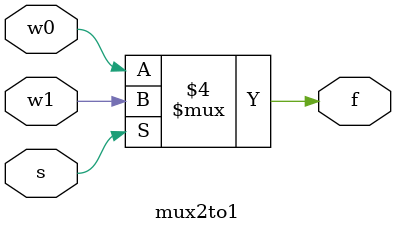
<source format=v>
/*
 * Mux2to1 using if else
 *
*/

module mux2to1 (w0, w1, s, f);
input w0, w1, s;
output reg f;

always @(w0, w1, s)
begin
	if (s == 0)
		f = w0;
	else
		f = w1;
end

endmodule



</source>
